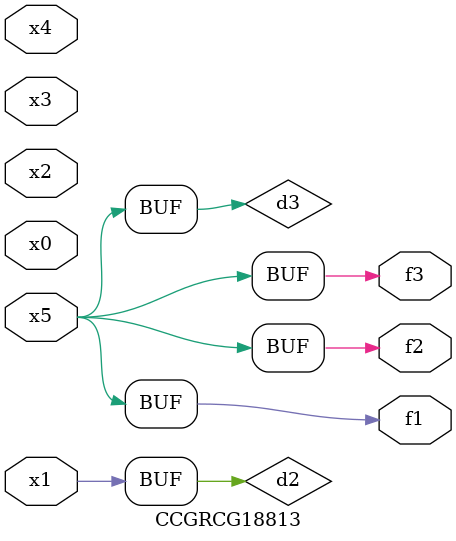
<source format=v>
module CCGRCG18813(
	input x0, x1, x2, x3, x4, x5,
	output f1, f2, f3
);

	wire d1, d2, d3;

	not (d1, x5);
	or (d2, x1);
	xnor (d3, d1);
	assign f1 = d3;
	assign f2 = d3;
	assign f3 = d3;
endmodule

</source>
